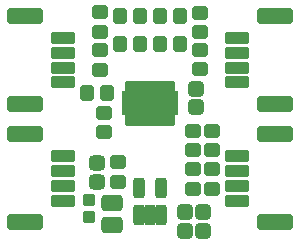
<source format=gbr>
%TF.GenerationSoftware,KiCad,Pcbnew,9.0.1+1*%
%TF.CreationDate,2025-09-26T18:57:13+00:00*%
%TF.ProjectId,TFI2CADC01,54464932-4341-4444-9330-312e6b696361,rev?*%
%TF.SameCoordinates,PX7f50c60PY6dac2c0*%
%TF.FileFunction,Soldermask,Bot*%
%TF.FilePolarity,Negative*%
%FSLAX46Y46*%
G04 Gerber Fmt 4.6, Leading zero omitted, Abs format (unit mm)*
G04 Created by KiCad (PCBNEW 9.0.1+1) date 2025-09-26 18:57:13*
%MOMM*%
%LPD*%
G01*
G04 APERTURE LIST*
G04 Aperture macros list*
%AMRoundRect*
0 Rectangle with rounded corners*
0 $1 Rounding radius*
0 $2 $3 $4 $5 $6 $7 $8 $9 X,Y pos of 4 corners*
0 Add a 4 corners polygon primitive as box body*
4,1,4,$2,$3,$4,$5,$6,$7,$8,$9,$2,$3,0*
0 Add four circle primitives for the rounded corners*
1,1,$1+$1,$2,$3*
1,1,$1+$1,$4,$5*
1,1,$1+$1,$6,$7*
1,1,$1+$1,$8,$9*
0 Add four rect primitives between the rounded corners*
20,1,$1+$1,$2,$3,$4,$5,0*
20,1,$1+$1,$4,$5,$6,$7,0*
20,1,$1+$1,$6,$7,$8,$9,0*
20,1,$1+$1,$8,$9,$2,$3,0*%
G04 Aperture macros list end*
%ADD10RoundRect,0.300000X0.300000X0.375000X-0.300000X0.375000X-0.300000X-0.375000X0.300000X-0.375000X0*%
%ADD11RoundRect,0.318750X-0.356250X0.318750X-0.356250X-0.318750X0.356250X-0.318750X0.356250X0.318750X0*%
%ADD12RoundRect,0.325000X-0.325000X-0.350000X0.325000X-0.350000X0.325000X0.350000X-0.325000X0.350000X0*%
%ADD13RoundRect,0.200000X0.350000X-0.300000X0.350000X0.300000X-0.350000X0.300000X-0.350000X-0.300000X0*%
%ADD14RoundRect,0.300000X-0.375000X0.300000X-0.375000X-0.300000X0.375000X-0.300000X0.375000X0.300000X0*%
%ADD15RoundRect,0.300000X0.375000X-0.300000X0.375000X0.300000X-0.375000X0.300000X-0.375000X-0.300000X0*%
%ADD16RoundRect,0.300000X-0.300000X-0.375000X0.300000X-0.375000X0.300000X0.375000X-0.300000X0.375000X0*%
%ADD17RoundRect,0.250000X-0.800000X0.250000X-0.800000X-0.250000X0.800000X-0.250000X0.800000X0.250000X0*%
%ADD18RoundRect,0.350000X-1.200000X0.350000X-1.200000X-0.350000X1.200000X-0.350000X1.200000X0.350000X0*%
%ADD19RoundRect,0.250000X0.800000X-0.250000X0.800000X0.250000X-0.800000X0.250000X-0.800000X-0.250000X0*%
%ADD20RoundRect,0.350000X1.200000X-0.350000X1.200000X0.350000X-1.200000X0.350000X-1.200000X-0.350000X0*%
%ADD21RoundRect,0.250000X0.250000X-0.612500X0.250000X0.612500X-0.250000X0.612500X-0.250000X-0.612500X0*%
%ADD22RoundRect,0.200000X-0.125000X0.325000X-0.125000X-0.325000X0.125000X-0.325000X0.125000X0.325000X0*%
%ADD23RoundRect,0.200000X-2.200000X0.830000X-2.200000X-0.830000X2.200000X-0.830000X2.200000X0.830000X0*%
%ADD24RoundRect,0.350000X-0.575000X0.350000X-0.575000X-0.350000X0.575000X-0.350000X0.575000X0.350000X0*%
%ADD25RoundRect,0.325000X-0.350000X0.325000X-0.350000X-0.325000X0.350000X-0.325000X0.350000X0.325000X0*%
G04 APERTURE END LIST*
D10*
%TO.C,R7*%
X9795000Y19699200D03*
X8145000Y19699200D03*
%TD*%
D11*
%TO.C,D1*%
X2770000Y7217500D03*
X2770000Y5642500D03*
%TD*%
D12*
%TO.C,C2*%
X10200200Y1462000D03*
X11750200Y1462000D03*
%TD*%
D13*
%TO.C,D2*%
X2136000Y4067000D03*
X2136000Y2667000D03*
%TD*%
D14*
%TO.C,R5*%
X12550000Y6718800D03*
X12550000Y5068800D03*
%TD*%
D15*
%TO.C,R16*%
X10899000Y8320000D03*
X10899000Y9970000D03*
%TD*%
D12*
%TO.C,C3*%
X10200200Y3124000D03*
X11750200Y3124000D03*
%TD*%
D14*
%TO.C,R15*%
X3025000Y19977600D03*
X3025000Y18327600D03*
%TD*%
D16*
%TO.C,R12*%
X4745000Y17337000D03*
X6395000Y17337000D03*
%TD*%
D17*
%TO.C,J5*%
X14620000Y17805000D03*
X14620000Y16555000D03*
X14620000Y15305000D03*
X14620000Y14055000D03*
D18*
X17820000Y19655000D03*
X17820000Y12205000D03*
%TD*%
D14*
%TO.C,R8*%
X11534000Y19965400D03*
X11534000Y18315400D03*
%TD*%
D19*
%TO.C,J1*%
X-80000Y4055000D03*
X-80000Y5305000D03*
X-80000Y6555000D03*
X-80000Y7805000D03*
D20*
X-3280000Y2205000D03*
X-3280000Y9655000D03*
%TD*%
D16*
%TO.C,R14*%
X4745000Y19699200D03*
X6395000Y19699200D03*
%TD*%
D21*
%TO.C,U1*%
X8216800Y2864500D03*
X7266800Y2864500D03*
X6316800Y2864500D03*
X6316800Y5139500D03*
X8216800Y5139500D03*
%TD*%
D15*
%TO.C,R13*%
X3025000Y15127200D03*
X3025000Y16777200D03*
%TD*%
%TO.C,R1*%
X4574400Y5666200D03*
X4574400Y7316200D03*
%TD*%
D14*
%TO.C,R6*%
X10873600Y6694400D03*
X10873600Y5044400D03*
%TD*%
%TO.C,R2*%
X3406000Y11481800D03*
X3406000Y9831800D03*
%TD*%
D10*
%TO.C,R9*%
X9795000Y17337000D03*
X8145000Y17337000D03*
%TD*%
%TO.C,R3*%
X3596000Y13196800D03*
X1946000Y13196800D03*
%TD*%
D15*
%TO.C,R17*%
X12550000Y8320000D03*
X12550000Y9970000D03*
%TD*%
D17*
%TO.C,J3*%
X14620000Y7805000D03*
X14620000Y6555000D03*
X14620000Y5305000D03*
X14620000Y4055000D03*
D18*
X17820000Y9655000D03*
X17820000Y2205000D03*
%TD*%
D19*
%TO.C,J2*%
X-80000Y14055000D03*
X-80000Y15305000D03*
X-80000Y16555000D03*
X-80000Y17805000D03*
D20*
X-3280000Y12205000D03*
X-3280000Y19655000D03*
%TD*%
D22*
%TO.C,U2*%
X5520000Y13707400D03*
X6020000Y13707400D03*
X6520000Y13707400D03*
X7020000Y13707400D03*
X7520000Y13707400D03*
X8020000Y13707400D03*
X8520000Y13707400D03*
X9020000Y13707400D03*
X9020000Y10857400D03*
X8520000Y10857400D03*
X8020000Y10857400D03*
X7520000Y10857400D03*
X7020000Y10857400D03*
X6520000Y10857400D03*
X6020000Y10857400D03*
X5520000Y10857400D03*
D23*
X7270000Y12282400D03*
%TD*%
D24*
%TO.C,C1*%
X4015600Y3885200D03*
X4015600Y1985200D03*
%TD*%
D15*
%TO.C,R10*%
X11534000Y15165800D03*
X11534000Y16815800D03*
%TD*%
D25*
%TO.C,C4*%
X11153000Y13527000D03*
X11153000Y11977000D03*
%TD*%
M02*

</source>
